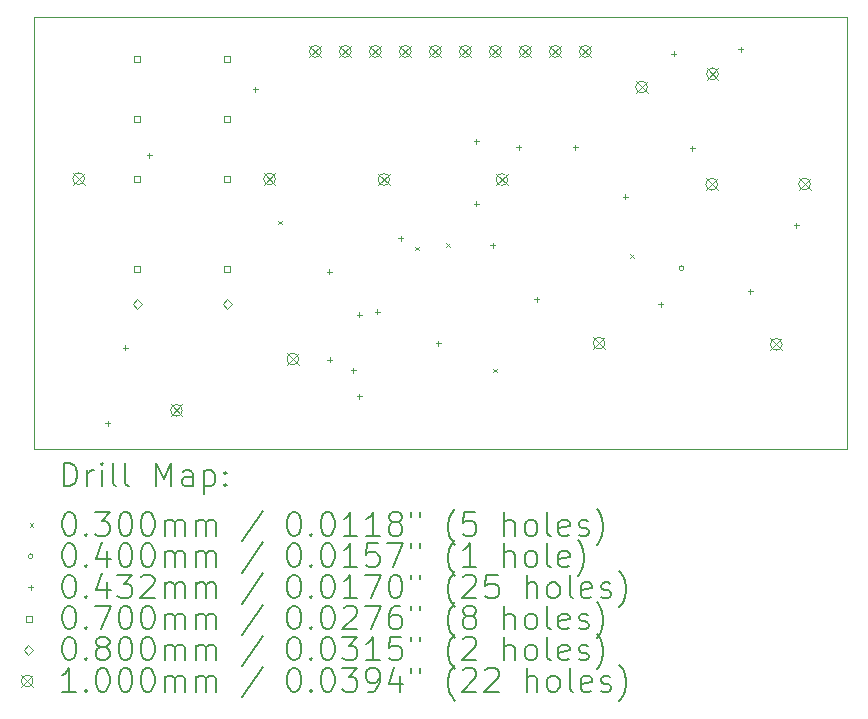
<source format=gbr>
%TF.GenerationSoftware,KiCad,Pcbnew,(6.0.7)*%
%TF.CreationDate,2023-02-28T16:34:33-05:00*%
%TF.ProjectId,Front_EndDesign3,46726f6e-745f-4456-9e64-44657369676e,rev?*%
%TF.SameCoordinates,Original*%
%TF.FileFunction,Drillmap*%
%TF.FilePolarity,Positive*%
%FSLAX45Y45*%
G04 Gerber Fmt 4.5, Leading zero omitted, Abs format (unit mm)*
G04 Created by KiCad (PCBNEW (6.0.7)) date 2023-02-28 16:34:33*
%MOMM*%
%LPD*%
G01*
G04 APERTURE LIST*
%ADD10C,0.100000*%
%ADD11C,0.200000*%
%ADD12C,0.030000*%
%ADD13C,0.040000*%
%ADD14C,0.043200*%
%ADD15C,0.070000*%
%ADD16C,0.080000*%
G04 APERTURE END LIST*
D10*
X5562600Y-6130000D02*
X12446000Y-6130000D01*
X12446000Y-6130000D02*
X12446000Y-9785200D01*
X12446000Y-9785200D02*
X5562600Y-9785200D01*
X5562600Y-9785200D02*
X5562600Y-6130000D01*
D11*
D12*
X7635000Y-7855000D02*
X7665000Y-7885000D01*
X7665000Y-7855000D02*
X7635000Y-7885000D01*
X8795000Y-8075000D02*
X8825000Y-8105000D01*
X8825000Y-8075000D02*
X8795000Y-8105000D01*
X9055000Y-8045000D02*
X9085000Y-8075000D01*
X9085000Y-8045000D02*
X9055000Y-8075000D01*
X9455000Y-9107900D02*
X9485000Y-9137900D01*
X9485000Y-9107900D02*
X9455000Y-9137900D01*
X10615000Y-8135000D02*
X10645000Y-8165000D01*
X10645000Y-8135000D02*
X10615000Y-8165000D01*
D13*
X11069000Y-8255000D02*
G75*
G03*
X11069000Y-8255000I-20000J0D01*
G01*
D14*
X6190000Y-9548400D02*
X6190000Y-9591600D01*
X6168400Y-9570000D02*
X6211600Y-9570000D01*
X6340000Y-8908400D02*
X6340000Y-8951600D01*
X6318400Y-8930000D02*
X6361600Y-8930000D01*
X6540000Y-7278400D02*
X6540000Y-7321600D01*
X6518400Y-7300000D02*
X6561600Y-7300000D01*
X7440000Y-6718400D02*
X7440000Y-6761600D01*
X7418400Y-6740000D02*
X7461600Y-6740000D01*
X8064270Y-8264130D02*
X8064270Y-8307330D01*
X8042670Y-8285730D02*
X8085870Y-8285730D01*
X8070000Y-9008400D02*
X8070000Y-9051600D01*
X8048400Y-9030000D02*
X8091600Y-9030000D01*
X8270000Y-9098400D02*
X8270000Y-9141600D01*
X8248400Y-9120000D02*
X8291600Y-9120000D01*
X8320000Y-8628400D02*
X8320000Y-8671600D01*
X8298400Y-8650000D02*
X8341600Y-8650000D01*
X8320000Y-9318400D02*
X8320000Y-9361600D01*
X8298400Y-9340000D02*
X8341600Y-9340000D01*
X8470000Y-8601300D02*
X8470000Y-8644500D01*
X8448400Y-8622900D02*
X8491600Y-8622900D01*
X8670000Y-7978400D02*
X8670000Y-8021600D01*
X8648400Y-8000000D02*
X8691600Y-8000000D01*
X8990000Y-8868400D02*
X8990000Y-8911600D01*
X8968400Y-8890000D02*
X9011600Y-8890000D01*
X9310000Y-7158400D02*
X9310000Y-7201600D01*
X9288400Y-7180000D02*
X9331600Y-7180000D01*
X9310000Y-7688400D02*
X9310000Y-7731600D01*
X9288400Y-7710000D02*
X9331600Y-7710000D01*
X9450000Y-8038400D02*
X9450000Y-8081600D01*
X9428400Y-8060000D02*
X9471600Y-8060000D01*
X9670000Y-7208400D02*
X9670000Y-7251600D01*
X9648400Y-7230000D02*
X9691600Y-7230000D01*
X9820000Y-8498400D02*
X9820000Y-8541600D01*
X9798400Y-8520000D02*
X9841600Y-8520000D01*
X10150000Y-7208400D02*
X10150000Y-7251600D01*
X10128400Y-7230000D02*
X10171600Y-7230000D01*
X10570000Y-7628400D02*
X10570000Y-7671600D01*
X10548400Y-7650000D02*
X10591600Y-7650000D01*
X10870000Y-8538400D02*
X10870000Y-8581600D01*
X10848400Y-8560000D02*
X10891600Y-8560000D01*
X10980000Y-6418400D02*
X10980000Y-6461600D01*
X10958400Y-6440000D02*
X11001600Y-6440000D01*
X11140000Y-7218400D02*
X11140000Y-7261600D01*
X11118400Y-7240000D02*
X11161600Y-7240000D01*
X11550000Y-6378400D02*
X11550000Y-6421600D01*
X11528400Y-6400000D02*
X11571600Y-6400000D01*
X11630000Y-8428400D02*
X11630000Y-8471600D01*
X11608400Y-8450000D02*
X11651600Y-8450000D01*
X12020000Y-7868400D02*
X12020000Y-7911600D01*
X11998400Y-7890000D02*
X12041600Y-7890000D01*
D15*
X6463999Y-6507499D02*
X6463999Y-6458001D01*
X6414501Y-6458001D01*
X6414501Y-6507499D01*
X6463999Y-6507499D01*
X6463999Y-7015499D02*
X6463999Y-6966001D01*
X6414501Y-6966001D01*
X6414501Y-7015499D01*
X6463999Y-7015499D01*
X6463999Y-7523499D02*
X6463999Y-7474001D01*
X6414501Y-7474001D01*
X6414501Y-7523499D01*
X6463999Y-7523499D01*
X6463999Y-8285499D02*
X6463999Y-8236001D01*
X6414501Y-8236001D01*
X6414501Y-8285499D01*
X6463999Y-8285499D01*
X7225999Y-6507499D02*
X7225999Y-6458001D01*
X7176501Y-6458001D01*
X7176501Y-6507499D01*
X7225999Y-6507499D01*
X7225999Y-7015499D02*
X7225999Y-6966001D01*
X7176501Y-6966001D01*
X7176501Y-7015499D01*
X7225999Y-7015499D01*
X7225999Y-7523499D02*
X7225999Y-7474001D01*
X7176501Y-7474001D01*
X7176501Y-7523499D01*
X7225999Y-7523499D01*
X7225999Y-8285499D02*
X7225999Y-8236001D01*
X7176501Y-8236001D01*
X7176501Y-8285499D01*
X7225999Y-8285499D01*
D16*
X6440000Y-8600000D02*
X6480000Y-8560000D01*
X6440000Y-8520000D01*
X6400000Y-8560000D01*
X6440000Y-8600000D01*
X7202000Y-8600000D02*
X7242000Y-8560000D01*
X7202000Y-8520000D01*
X7162000Y-8560000D01*
X7202000Y-8600000D01*
D10*
X5893600Y-7447000D02*
X5993600Y-7547000D01*
X5993600Y-7447000D02*
X5893600Y-7547000D01*
X5993600Y-7497000D02*
G75*
G03*
X5993600Y-7497000I-50000J0D01*
G01*
X6721500Y-9408600D02*
X6821500Y-9508600D01*
X6821500Y-9408600D02*
X6721500Y-9508600D01*
X6821500Y-9458600D02*
G75*
G03*
X6821500Y-9458600I-50000J0D01*
G01*
X7510000Y-7450000D02*
X7610000Y-7550000D01*
X7610000Y-7450000D02*
X7510000Y-7550000D01*
X7610000Y-7500000D02*
G75*
G03*
X7610000Y-7500000I-50000J0D01*
G01*
X7706700Y-8973600D02*
X7806700Y-9073600D01*
X7806700Y-8973600D02*
X7706700Y-9073600D01*
X7806700Y-9023600D02*
G75*
G03*
X7806700Y-9023600I-50000J0D01*
G01*
X7897500Y-6370000D02*
X7997500Y-6470000D01*
X7997500Y-6370000D02*
X7897500Y-6470000D01*
X7997500Y-6420000D02*
G75*
G03*
X7997500Y-6420000I-50000J0D01*
G01*
X8151500Y-6370000D02*
X8251500Y-6470000D01*
X8251500Y-6370000D02*
X8151500Y-6470000D01*
X8251500Y-6420000D02*
G75*
G03*
X8251500Y-6420000I-50000J0D01*
G01*
X8405500Y-6370000D02*
X8505500Y-6470000D01*
X8505500Y-6370000D02*
X8405500Y-6470000D01*
X8505500Y-6420000D02*
G75*
G03*
X8505500Y-6420000I-50000J0D01*
G01*
X8478000Y-7454000D02*
X8578000Y-7554000D01*
X8578000Y-7454000D02*
X8478000Y-7554000D01*
X8578000Y-7504000D02*
G75*
G03*
X8578000Y-7504000I-50000J0D01*
G01*
X8659500Y-6370000D02*
X8759500Y-6470000D01*
X8759500Y-6370000D02*
X8659500Y-6470000D01*
X8759500Y-6420000D02*
G75*
G03*
X8759500Y-6420000I-50000J0D01*
G01*
X8913500Y-6370000D02*
X9013500Y-6470000D01*
X9013500Y-6370000D02*
X8913500Y-6470000D01*
X9013500Y-6420000D02*
G75*
G03*
X9013500Y-6420000I-50000J0D01*
G01*
X9167500Y-6370000D02*
X9267500Y-6470000D01*
X9267500Y-6370000D02*
X9167500Y-6470000D01*
X9267500Y-6420000D02*
G75*
G03*
X9267500Y-6420000I-50000J0D01*
G01*
X9421500Y-6370000D02*
X9521500Y-6470000D01*
X9521500Y-6370000D02*
X9421500Y-6470000D01*
X9521500Y-6420000D02*
G75*
G03*
X9521500Y-6420000I-50000J0D01*
G01*
X9477000Y-7455000D02*
X9577000Y-7555000D01*
X9577000Y-7455000D02*
X9477000Y-7555000D01*
X9577000Y-7505000D02*
G75*
G03*
X9577000Y-7505000I-50000J0D01*
G01*
X9675500Y-6370000D02*
X9775500Y-6470000D01*
X9775500Y-6370000D02*
X9675500Y-6470000D01*
X9775500Y-6420000D02*
G75*
G03*
X9775500Y-6420000I-50000J0D01*
G01*
X9929500Y-6370000D02*
X10029500Y-6470000D01*
X10029500Y-6370000D02*
X9929500Y-6470000D01*
X10029500Y-6420000D02*
G75*
G03*
X10029500Y-6420000I-50000J0D01*
G01*
X10183500Y-6370000D02*
X10283500Y-6470000D01*
X10283500Y-6370000D02*
X10183500Y-6470000D01*
X10283500Y-6420000D02*
G75*
G03*
X10283500Y-6420000I-50000J0D01*
G01*
X10300000Y-8840000D02*
X10400000Y-8940000D01*
X10400000Y-8840000D02*
X10300000Y-8940000D01*
X10400000Y-8890000D02*
G75*
G03*
X10400000Y-8890000I-50000J0D01*
G01*
X10660000Y-6670000D02*
X10760000Y-6770000D01*
X10760000Y-6670000D02*
X10660000Y-6770000D01*
X10760000Y-6720000D02*
G75*
G03*
X10760000Y-6720000I-50000J0D01*
G01*
X11253000Y-7493800D02*
X11353000Y-7593800D01*
X11353000Y-7493800D02*
X11253000Y-7593800D01*
X11353000Y-7543800D02*
G75*
G03*
X11353000Y-7543800I-50000J0D01*
G01*
X11260000Y-6560000D02*
X11360000Y-6660000D01*
X11360000Y-6560000D02*
X11260000Y-6660000D01*
X11360000Y-6610000D02*
G75*
G03*
X11360000Y-6610000I-50000J0D01*
G01*
X11800000Y-8850000D02*
X11900000Y-8950000D01*
X11900000Y-8850000D02*
X11800000Y-8950000D01*
X11900000Y-8900000D02*
G75*
G03*
X11900000Y-8900000I-50000J0D01*
G01*
X12040400Y-7492000D02*
X12140400Y-7592000D01*
X12140400Y-7492000D02*
X12040400Y-7592000D01*
X12140400Y-7542000D02*
G75*
G03*
X12140400Y-7542000I-50000J0D01*
G01*
D11*
X5815219Y-10100676D02*
X5815219Y-9900676D01*
X5862838Y-9900676D01*
X5891409Y-9910200D01*
X5910457Y-9929248D01*
X5919981Y-9948295D01*
X5929505Y-9986390D01*
X5929505Y-10014962D01*
X5919981Y-10053057D01*
X5910457Y-10072105D01*
X5891409Y-10091152D01*
X5862838Y-10100676D01*
X5815219Y-10100676D01*
X6015219Y-10100676D02*
X6015219Y-9967343D01*
X6015219Y-10005438D02*
X6024743Y-9986390D01*
X6034267Y-9976867D01*
X6053314Y-9967343D01*
X6072362Y-9967343D01*
X6139028Y-10100676D02*
X6139028Y-9967343D01*
X6139028Y-9900676D02*
X6129505Y-9910200D01*
X6139028Y-9919724D01*
X6148552Y-9910200D01*
X6139028Y-9900676D01*
X6139028Y-9919724D01*
X6262838Y-10100676D02*
X6243790Y-10091152D01*
X6234267Y-10072105D01*
X6234267Y-9900676D01*
X6367600Y-10100676D02*
X6348552Y-10091152D01*
X6339028Y-10072105D01*
X6339028Y-9900676D01*
X6596171Y-10100676D02*
X6596171Y-9900676D01*
X6662838Y-10043533D01*
X6729505Y-9900676D01*
X6729505Y-10100676D01*
X6910457Y-10100676D02*
X6910457Y-9995914D01*
X6900933Y-9976867D01*
X6881886Y-9967343D01*
X6843790Y-9967343D01*
X6824743Y-9976867D01*
X6910457Y-10091152D02*
X6891409Y-10100676D01*
X6843790Y-10100676D01*
X6824743Y-10091152D01*
X6815219Y-10072105D01*
X6815219Y-10053057D01*
X6824743Y-10034010D01*
X6843790Y-10024486D01*
X6891409Y-10024486D01*
X6910457Y-10014962D01*
X7005695Y-9967343D02*
X7005695Y-10167343D01*
X7005695Y-9976867D02*
X7024743Y-9967343D01*
X7062838Y-9967343D01*
X7081886Y-9976867D01*
X7091409Y-9986390D01*
X7100933Y-10005438D01*
X7100933Y-10062581D01*
X7091409Y-10081629D01*
X7081886Y-10091152D01*
X7062838Y-10100676D01*
X7024743Y-10100676D01*
X7005695Y-10091152D01*
X7186648Y-10081629D02*
X7196171Y-10091152D01*
X7186648Y-10100676D01*
X7177124Y-10091152D01*
X7186648Y-10081629D01*
X7186648Y-10100676D01*
X7186648Y-9976867D02*
X7196171Y-9986390D01*
X7186648Y-9995914D01*
X7177124Y-9986390D01*
X7186648Y-9976867D01*
X7186648Y-9995914D01*
D12*
X5527600Y-10415200D02*
X5557600Y-10445200D01*
X5557600Y-10415200D02*
X5527600Y-10445200D01*
D11*
X5853314Y-10320676D02*
X5872362Y-10320676D01*
X5891409Y-10330200D01*
X5900933Y-10339724D01*
X5910457Y-10358771D01*
X5919981Y-10396867D01*
X5919981Y-10444486D01*
X5910457Y-10482581D01*
X5900933Y-10501629D01*
X5891409Y-10511152D01*
X5872362Y-10520676D01*
X5853314Y-10520676D01*
X5834267Y-10511152D01*
X5824743Y-10501629D01*
X5815219Y-10482581D01*
X5805695Y-10444486D01*
X5805695Y-10396867D01*
X5815219Y-10358771D01*
X5824743Y-10339724D01*
X5834267Y-10330200D01*
X5853314Y-10320676D01*
X6005695Y-10501629D02*
X6015219Y-10511152D01*
X6005695Y-10520676D01*
X5996171Y-10511152D01*
X6005695Y-10501629D01*
X6005695Y-10520676D01*
X6081886Y-10320676D02*
X6205695Y-10320676D01*
X6139028Y-10396867D01*
X6167600Y-10396867D01*
X6186648Y-10406390D01*
X6196171Y-10415914D01*
X6205695Y-10434962D01*
X6205695Y-10482581D01*
X6196171Y-10501629D01*
X6186648Y-10511152D01*
X6167600Y-10520676D01*
X6110457Y-10520676D01*
X6091409Y-10511152D01*
X6081886Y-10501629D01*
X6329505Y-10320676D02*
X6348552Y-10320676D01*
X6367600Y-10330200D01*
X6377124Y-10339724D01*
X6386648Y-10358771D01*
X6396171Y-10396867D01*
X6396171Y-10444486D01*
X6386648Y-10482581D01*
X6377124Y-10501629D01*
X6367600Y-10511152D01*
X6348552Y-10520676D01*
X6329505Y-10520676D01*
X6310457Y-10511152D01*
X6300933Y-10501629D01*
X6291409Y-10482581D01*
X6281886Y-10444486D01*
X6281886Y-10396867D01*
X6291409Y-10358771D01*
X6300933Y-10339724D01*
X6310457Y-10330200D01*
X6329505Y-10320676D01*
X6519981Y-10320676D02*
X6539028Y-10320676D01*
X6558076Y-10330200D01*
X6567600Y-10339724D01*
X6577124Y-10358771D01*
X6586648Y-10396867D01*
X6586648Y-10444486D01*
X6577124Y-10482581D01*
X6567600Y-10501629D01*
X6558076Y-10511152D01*
X6539028Y-10520676D01*
X6519981Y-10520676D01*
X6500933Y-10511152D01*
X6491409Y-10501629D01*
X6481886Y-10482581D01*
X6472362Y-10444486D01*
X6472362Y-10396867D01*
X6481886Y-10358771D01*
X6491409Y-10339724D01*
X6500933Y-10330200D01*
X6519981Y-10320676D01*
X6672362Y-10520676D02*
X6672362Y-10387343D01*
X6672362Y-10406390D02*
X6681886Y-10396867D01*
X6700933Y-10387343D01*
X6729505Y-10387343D01*
X6748552Y-10396867D01*
X6758076Y-10415914D01*
X6758076Y-10520676D01*
X6758076Y-10415914D02*
X6767600Y-10396867D01*
X6786648Y-10387343D01*
X6815219Y-10387343D01*
X6834267Y-10396867D01*
X6843790Y-10415914D01*
X6843790Y-10520676D01*
X6939028Y-10520676D02*
X6939028Y-10387343D01*
X6939028Y-10406390D02*
X6948552Y-10396867D01*
X6967600Y-10387343D01*
X6996171Y-10387343D01*
X7015219Y-10396867D01*
X7024743Y-10415914D01*
X7024743Y-10520676D01*
X7024743Y-10415914D02*
X7034267Y-10396867D01*
X7053314Y-10387343D01*
X7081886Y-10387343D01*
X7100933Y-10396867D01*
X7110457Y-10415914D01*
X7110457Y-10520676D01*
X7500933Y-10311152D02*
X7329505Y-10568295D01*
X7758076Y-10320676D02*
X7777124Y-10320676D01*
X7796171Y-10330200D01*
X7805695Y-10339724D01*
X7815219Y-10358771D01*
X7824743Y-10396867D01*
X7824743Y-10444486D01*
X7815219Y-10482581D01*
X7805695Y-10501629D01*
X7796171Y-10511152D01*
X7777124Y-10520676D01*
X7758076Y-10520676D01*
X7739028Y-10511152D01*
X7729505Y-10501629D01*
X7719981Y-10482581D01*
X7710457Y-10444486D01*
X7710457Y-10396867D01*
X7719981Y-10358771D01*
X7729505Y-10339724D01*
X7739028Y-10330200D01*
X7758076Y-10320676D01*
X7910457Y-10501629D02*
X7919981Y-10511152D01*
X7910457Y-10520676D01*
X7900933Y-10511152D01*
X7910457Y-10501629D01*
X7910457Y-10520676D01*
X8043790Y-10320676D02*
X8062838Y-10320676D01*
X8081886Y-10330200D01*
X8091409Y-10339724D01*
X8100933Y-10358771D01*
X8110457Y-10396867D01*
X8110457Y-10444486D01*
X8100933Y-10482581D01*
X8091409Y-10501629D01*
X8081886Y-10511152D01*
X8062838Y-10520676D01*
X8043790Y-10520676D01*
X8024743Y-10511152D01*
X8015219Y-10501629D01*
X8005695Y-10482581D01*
X7996171Y-10444486D01*
X7996171Y-10396867D01*
X8005695Y-10358771D01*
X8015219Y-10339724D01*
X8024743Y-10330200D01*
X8043790Y-10320676D01*
X8300933Y-10520676D02*
X8186648Y-10520676D01*
X8243790Y-10520676D02*
X8243790Y-10320676D01*
X8224743Y-10349248D01*
X8205695Y-10368295D01*
X8186648Y-10377819D01*
X8491410Y-10520676D02*
X8377124Y-10520676D01*
X8434267Y-10520676D02*
X8434267Y-10320676D01*
X8415219Y-10349248D01*
X8396171Y-10368295D01*
X8377124Y-10377819D01*
X8605695Y-10406390D02*
X8586648Y-10396867D01*
X8577124Y-10387343D01*
X8567600Y-10368295D01*
X8567600Y-10358771D01*
X8577124Y-10339724D01*
X8586648Y-10330200D01*
X8605695Y-10320676D01*
X8643790Y-10320676D01*
X8662838Y-10330200D01*
X8672362Y-10339724D01*
X8681886Y-10358771D01*
X8681886Y-10368295D01*
X8672362Y-10387343D01*
X8662838Y-10396867D01*
X8643790Y-10406390D01*
X8605695Y-10406390D01*
X8586648Y-10415914D01*
X8577124Y-10425438D01*
X8567600Y-10444486D01*
X8567600Y-10482581D01*
X8577124Y-10501629D01*
X8586648Y-10511152D01*
X8605695Y-10520676D01*
X8643790Y-10520676D01*
X8662838Y-10511152D01*
X8672362Y-10501629D01*
X8681886Y-10482581D01*
X8681886Y-10444486D01*
X8672362Y-10425438D01*
X8662838Y-10415914D01*
X8643790Y-10406390D01*
X8758076Y-10320676D02*
X8758076Y-10358771D01*
X8834267Y-10320676D02*
X8834267Y-10358771D01*
X9129505Y-10596867D02*
X9119981Y-10587343D01*
X9100933Y-10558771D01*
X9091410Y-10539724D01*
X9081886Y-10511152D01*
X9072362Y-10463533D01*
X9072362Y-10425438D01*
X9081886Y-10377819D01*
X9091410Y-10349248D01*
X9100933Y-10330200D01*
X9119981Y-10301629D01*
X9129505Y-10292105D01*
X9300933Y-10320676D02*
X9205695Y-10320676D01*
X9196171Y-10415914D01*
X9205695Y-10406390D01*
X9224743Y-10396867D01*
X9272362Y-10396867D01*
X9291410Y-10406390D01*
X9300933Y-10415914D01*
X9310457Y-10434962D01*
X9310457Y-10482581D01*
X9300933Y-10501629D01*
X9291410Y-10511152D01*
X9272362Y-10520676D01*
X9224743Y-10520676D01*
X9205695Y-10511152D01*
X9196171Y-10501629D01*
X9548552Y-10520676D02*
X9548552Y-10320676D01*
X9634267Y-10520676D02*
X9634267Y-10415914D01*
X9624743Y-10396867D01*
X9605695Y-10387343D01*
X9577124Y-10387343D01*
X9558076Y-10396867D01*
X9548552Y-10406390D01*
X9758076Y-10520676D02*
X9739029Y-10511152D01*
X9729505Y-10501629D01*
X9719981Y-10482581D01*
X9719981Y-10425438D01*
X9729505Y-10406390D01*
X9739029Y-10396867D01*
X9758076Y-10387343D01*
X9786648Y-10387343D01*
X9805695Y-10396867D01*
X9815219Y-10406390D01*
X9824743Y-10425438D01*
X9824743Y-10482581D01*
X9815219Y-10501629D01*
X9805695Y-10511152D01*
X9786648Y-10520676D01*
X9758076Y-10520676D01*
X9939029Y-10520676D02*
X9919981Y-10511152D01*
X9910457Y-10492105D01*
X9910457Y-10320676D01*
X10091410Y-10511152D02*
X10072362Y-10520676D01*
X10034267Y-10520676D01*
X10015219Y-10511152D01*
X10005695Y-10492105D01*
X10005695Y-10415914D01*
X10015219Y-10396867D01*
X10034267Y-10387343D01*
X10072362Y-10387343D01*
X10091410Y-10396867D01*
X10100933Y-10415914D01*
X10100933Y-10434962D01*
X10005695Y-10454010D01*
X10177124Y-10511152D02*
X10196171Y-10520676D01*
X10234267Y-10520676D01*
X10253314Y-10511152D01*
X10262838Y-10492105D01*
X10262838Y-10482581D01*
X10253314Y-10463533D01*
X10234267Y-10454010D01*
X10205695Y-10454010D01*
X10186648Y-10444486D01*
X10177124Y-10425438D01*
X10177124Y-10415914D01*
X10186648Y-10396867D01*
X10205695Y-10387343D01*
X10234267Y-10387343D01*
X10253314Y-10396867D01*
X10329505Y-10596867D02*
X10339029Y-10587343D01*
X10358076Y-10558771D01*
X10367600Y-10539724D01*
X10377124Y-10511152D01*
X10386648Y-10463533D01*
X10386648Y-10425438D01*
X10377124Y-10377819D01*
X10367600Y-10349248D01*
X10358076Y-10330200D01*
X10339029Y-10301629D01*
X10329505Y-10292105D01*
D13*
X5557600Y-10694200D02*
G75*
G03*
X5557600Y-10694200I-20000J0D01*
G01*
D11*
X5853314Y-10584676D02*
X5872362Y-10584676D01*
X5891409Y-10594200D01*
X5900933Y-10603724D01*
X5910457Y-10622771D01*
X5919981Y-10660867D01*
X5919981Y-10708486D01*
X5910457Y-10746581D01*
X5900933Y-10765629D01*
X5891409Y-10775152D01*
X5872362Y-10784676D01*
X5853314Y-10784676D01*
X5834267Y-10775152D01*
X5824743Y-10765629D01*
X5815219Y-10746581D01*
X5805695Y-10708486D01*
X5805695Y-10660867D01*
X5815219Y-10622771D01*
X5824743Y-10603724D01*
X5834267Y-10594200D01*
X5853314Y-10584676D01*
X6005695Y-10765629D02*
X6015219Y-10775152D01*
X6005695Y-10784676D01*
X5996171Y-10775152D01*
X6005695Y-10765629D01*
X6005695Y-10784676D01*
X6186648Y-10651343D02*
X6186648Y-10784676D01*
X6139028Y-10575152D02*
X6091409Y-10718010D01*
X6215219Y-10718010D01*
X6329505Y-10584676D02*
X6348552Y-10584676D01*
X6367600Y-10594200D01*
X6377124Y-10603724D01*
X6386648Y-10622771D01*
X6396171Y-10660867D01*
X6396171Y-10708486D01*
X6386648Y-10746581D01*
X6377124Y-10765629D01*
X6367600Y-10775152D01*
X6348552Y-10784676D01*
X6329505Y-10784676D01*
X6310457Y-10775152D01*
X6300933Y-10765629D01*
X6291409Y-10746581D01*
X6281886Y-10708486D01*
X6281886Y-10660867D01*
X6291409Y-10622771D01*
X6300933Y-10603724D01*
X6310457Y-10594200D01*
X6329505Y-10584676D01*
X6519981Y-10584676D02*
X6539028Y-10584676D01*
X6558076Y-10594200D01*
X6567600Y-10603724D01*
X6577124Y-10622771D01*
X6586648Y-10660867D01*
X6586648Y-10708486D01*
X6577124Y-10746581D01*
X6567600Y-10765629D01*
X6558076Y-10775152D01*
X6539028Y-10784676D01*
X6519981Y-10784676D01*
X6500933Y-10775152D01*
X6491409Y-10765629D01*
X6481886Y-10746581D01*
X6472362Y-10708486D01*
X6472362Y-10660867D01*
X6481886Y-10622771D01*
X6491409Y-10603724D01*
X6500933Y-10594200D01*
X6519981Y-10584676D01*
X6672362Y-10784676D02*
X6672362Y-10651343D01*
X6672362Y-10670390D02*
X6681886Y-10660867D01*
X6700933Y-10651343D01*
X6729505Y-10651343D01*
X6748552Y-10660867D01*
X6758076Y-10679914D01*
X6758076Y-10784676D01*
X6758076Y-10679914D02*
X6767600Y-10660867D01*
X6786648Y-10651343D01*
X6815219Y-10651343D01*
X6834267Y-10660867D01*
X6843790Y-10679914D01*
X6843790Y-10784676D01*
X6939028Y-10784676D02*
X6939028Y-10651343D01*
X6939028Y-10670390D02*
X6948552Y-10660867D01*
X6967600Y-10651343D01*
X6996171Y-10651343D01*
X7015219Y-10660867D01*
X7024743Y-10679914D01*
X7024743Y-10784676D01*
X7024743Y-10679914D02*
X7034267Y-10660867D01*
X7053314Y-10651343D01*
X7081886Y-10651343D01*
X7100933Y-10660867D01*
X7110457Y-10679914D01*
X7110457Y-10784676D01*
X7500933Y-10575152D02*
X7329505Y-10832295D01*
X7758076Y-10584676D02*
X7777124Y-10584676D01*
X7796171Y-10594200D01*
X7805695Y-10603724D01*
X7815219Y-10622771D01*
X7824743Y-10660867D01*
X7824743Y-10708486D01*
X7815219Y-10746581D01*
X7805695Y-10765629D01*
X7796171Y-10775152D01*
X7777124Y-10784676D01*
X7758076Y-10784676D01*
X7739028Y-10775152D01*
X7729505Y-10765629D01*
X7719981Y-10746581D01*
X7710457Y-10708486D01*
X7710457Y-10660867D01*
X7719981Y-10622771D01*
X7729505Y-10603724D01*
X7739028Y-10594200D01*
X7758076Y-10584676D01*
X7910457Y-10765629D02*
X7919981Y-10775152D01*
X7910457Y-10784676D01*
X7900933Y-10775152D01*
X7910457Y-10765629D01*
X7910457Y-10784676D01*
X8043790Y-10584676D02*
X8062838Y-10584676D01*
X8081886Y-10594200D01*
X8091409Y-10603724D01*
X8100933Y-10622771D01*
X8110457Y-10660867D01*
X8110457Y-10708486D01*
X8100933Y-10746581D01*
X8091409Y-10765629D01*
X8081886Y-10775152D01*
X8062838Y-10784676D01*
X8043790Y-10784676D01*
X8024743Y-10775152D01*
X8015219Y-10765629D01*
X8005695Y-10746581D01*
X7996171Y-10708486D01*
X7996171Y-10660867D01*
X8005695Y-10622771D01*
X8015219Y-10603724D01*
X8024743Y-10594200D01*
X8043790Y-10584676D01*
X8300933Y-10784676D02*
X8186648Y-10784676D01*
X8243790Y-10784676D02*
X8243790Y-10584676D01*
X8224743Y-10613248D01*
X8205695Y-10632295D01*
X8186648Y-10641819D01*
X8481886Y-10584676D02*
X8386648Y-10584676D01*
X8377124Y-10679914D01*
X8386648Y-10670390D01*
X8405695Y-10660867D01*
X8453314Y-10660867D01*
X8472362Y-10670390D01*
X8481886Y-10679914D01*
X8491410Y-10698962D01*
X8491410Y-10746581D01*
X8481886Y-10765629D01*
X8472362Y-10775152D01*
X8453314Y-10784676D01*
X8405695Y-10784676D01*
X8386648Y-10775152D01*
X8377124Y-10765629D01*
X8558076Y-10584676D02*
X8691410Y-10584676D01*
X8605695Y-10784676D01*
X8758076Y-10584676D02*
X8758076Y-10622771D01*
X8834267Y-10584676D02*
X8834267Y-10622771D01*
X9129505Y-10860867D02*
X9119981Y-10851343D01*
X9100933Y-10822771D01*
X9091410Y-10803724D01*
X9081886Y-10775152D01*
X9072362Y-10727533D01*
X9072362Y-10689438D01*
X9081886Y-10641819D01*
X9091410Y-10613248D01*
X9100933Y-10594200D01*
X9119981Y-10565629D01*
X9129505Y-10556105D01*
X9310457Y-10784676D02*
X9196171Y-10784676D01*
X9253314Y-10784676D02*
X9253314Y-10584676D01*
X9234267Y-10613248D01*
X9215219Y-10632295D01*
X9196171Y-10641819D01*
X9548552Y-10784676D02*
X9548552Y-10584676D01*
X9634267Y-10784676D02*
X9634267Y-10679914D01*
X9624743Y-10660867D01*
X9605695Y-10651343D01*
X9577124Y-10651343D01*
X9558076Y-10660867D01*
X9548552Y-10670390D01*
X9758076Y-10784676D02*
X9739029Y-10775152D01*
X9729505Y-10765629D01*
X9719981Y-10746581D01*
X9719981Y-10689438D01*
X9729505Y-10670390D01*
X9739029Y-10660867D01*
X9758076Y-10651343D01*
X9786648Y-10651343D01*
X9805695Y-10660867D01*
X9815219Y-10670390D01*
X9824743Y-10689438D01*
X9824743Y-10746581D01*
X9815219Y-10765629D01*
X9805695Y-10775152D01*
X9786648Y-10784676D01*
X9758076Y-10784676D01*
X9939029Y-10784676D02*
X9919981Y-10775152D01*
X9910457Y-10756105D01*
X9910457Y-10584676D01*
X10091410Y-10775152D02*
X10072362Y-10784676D01*
X10034267Y-10784676D01*
X10015219Y-10775152D01*
X10005695Y-10756105D01*
X10005695Y-10679914D01*
X10015219Y-10660867D01*
X10034267Y-10651343D01*
X10072362Y-10651343D01*
X10091410Y-10660867D01*
X10100933Y-10679914D01*
X10100933Y-10698962D01*
X10005695Y-10718010D01*
X10167600Y-10860867D02*
X10177124Y-10851343D01*
X10196171Y-10822771D01*
X10205695Y-10803724D01*
X10215219Y-10775152D01*
X10224743Y-10727533D01*
X10224743Y-10689438D01*
X10215219Y-10641819D01*
X10205695Y-10613248D01*
X10196171Y-10594200D01*
X10177124Y-10565629D01*
X10167600Y-10556105D01*
D14*
X5536000Y-10936600D02*
X5536000Y-10979800D01*
X5514400Y-10958200D02*
X5557600Y-10958200D01*
D11*
X5853314Y-10848676D02*
X5872362Y-10848676D01*
X5891409Y-10858200D01*
X5900933Y-10867724D01*
X5910457Y-10886771D01*
X5919981Y-10924867D01*
X5919981Y-10972486D01*
X5910457Y-11010581D01*
X5900933Y-11029629D01*
X5891409Y-11039152D01*
X5872362Y-11048676D01*
X5853314Y-11048676D01*
X5834267Y-11039152D01*
X5824743Y-11029629D01*
X5815219Y-11010581D01*
X5805695Y-10972486D01*
X5805695Y-10924867D01*
X5815219Y-10886771D01*
X5824743Y-10867724D01*
X5834267Y-10858200D01*
X5853314Y-10848676D01*
X6005695Y-11029629D02*
X6015219Y-11039152D01*
X6005695Y-11048676D01*
X5996171Y-11039152D01*
X6005695Y-11029629D01*
X6005695Y-11048676D01*
X6186648Y-10915343D02*
X6186648Y-11048676D01*
X6139028Y-10839152D02*
X6091409Y-10982010D01*
X6215219Y-10982010D01*
X6272362Y-10848676D02*
X6396171Y-10848676D01*
X6329505Y-10924867D01*
X6358076Y-10924867D01*
X6377124Y-10934390D01*
X6386648Y-10943914D01*
X6396171Y-10962962D01*
X6396171Y-11010581D01*
X6386648Y-11029629D01*
X6377124Y-11039152D01*
X6358076Y-11048676D01*
X6300933Y-11048676D01*
X6281886Y-11039152D01*
X6272362Y-11029629D01*
X6472362Y-10867724D02*
X6481886Y-10858200D01*
X6500933Y-10848676D01*
X6548552Y-10848676D01*
X6567600Y-10858200D01*
X6577124Y-10867724D01*
X6586648Y-10886771D01*
X6586648Y-10905819D01*
X6577124Y-10934390D01*
X6462838Y-11048676D01*
X6586648Y-11048676D01*
X6672362Y-11048676D02*
X6672362Y-10915343D01*
X6672362Y-10934390D02*
X6681886Y-10924867D01*
X6700933Y-10915343D01*
X6729505Y-10915343D01*
X6748552Y-10924867D01*
X6758076Y-10943914D01*
X6758076Y-11048676D01*
X6758076Y-10943914D02*
X6767600Y-10924867D01*
X6786648Y-10915343D01*
X6815219Y-10915343D01*
X6834267Y-10924867D01*
X6843790Y-10943914D01*
X6843790Y-11048676D01*
X6939028Y-11048676D02*
X6939028Y-10915343D01*
X6939028Y-10934390D02*
X6948552Y-10924867D01*
X6967600Y-10915343D01*
X6996171Y-10915343D01*
X7015219Y-10924867D01*
X7024743Y-10943914D01*
X7024743Y-11048676D01*
X7024743Y-10943914D02*
X7034267Y-10924867D01*
X7053314Y-10915343D01*
X7081886Y-10915343D01*
X7100933Y-10924867D01*
X7110457Y-10943914D01*
X7110457Y-11048676D01*
X7500933Y-10839152D02*
X7329505Y-11096295D01*
X7758076Y-10848676D02*
X7777124Y-10848676D01*
X7796171Y-10858200D01*
X7805695Y-10867724D01*
X7815219Y-10886771D01*
X7824743Y-10924867D01*
X7824743Y-10972486D01*
X7815219Y-11010581D01*
X7805695Y-11029629D01*
X7796171Y-11039152D01*
X7777124Y-11048676D01*
X7758076Y-11048676D01*
X7739028Y-11039152D01*
X7729505Y-11029629D01*
X7719981Y-11010581D01*
X7710457Y-10972486D01*
X7710457Y-10924867D01*
X7719981Y-10886771D01*
X7729505Y-10867724D01*
X7739028Y-10858200D01*
X7758076Y-10848676D01*
X7910457Y-11029629D02*
X7919981Y-11039152D01*
X7910457Y-11048676D01*
X7900933Y-11039152D01*
X7910457Y-11029629D01*
X7910457Y-11048676D01*
X8043790Y-10848676D02*
X8062838Y-10848676D01*
X8081886Y-10858200D01*
X8091409Y-10867724D01*
X8100933Y-10886771D01*
X8110457Y-10924867D01*
X8110457Y-10972486D01*
X8100933Y-11010581D01*
X8091409Y-11029629D01*
X8081886Y-11039152D01*
X8062838Y-11048676D01*
X8043790Y-11048676D01*
X8024743Y-11039152D01*
X8015219Y-11029629D01*
X8005695Y-11010581D01*
X7996171Y-10972486D01*
X7996171Y-10924867D01*
X8005695Y-10886771D01*
X8015219Y-10867724D01*
X8024743Y-10858200D01*
X8043790Y-10848676D01*
X8300933Y-11048676D02*
X8186648Y-11048676D01*
X8243790Y-11048676D02*
X8243790Y-10848676D01*
X8224743Y-10877248D01*
X8205695Y-10896295D01*
X8186648Y-10905819D01*
X8367600Y-10848676D02*
X8500933Y-10848676D01*
X8415219Y-11048676D01*
X8615219Y-10848676D02*
X8634267Y-10848676D01*
X8653314Y-10858200D01*
X8662838Y-10867724D01*
X8672362Y-10886771D01*
X8681886Y-10924867D01*
X8681886Y-10972486D01*
X8672362Y-11010581D01*
X8662838Y-11029629D01*
X8653314Y-11039152D01*
X8634267Y-11048676D01*
X8615219Y-11048676D01*
X8596171Y-11039152D01*
X8586648Y-11029629D01*
X8577124Y-11010581D01*
X8567600Y-10972486D01*
X8567600Y-10924867D01*
X8577124Y-10886771D01*
X8586648Y-10867724D01*
X8596171Y-10858200D01*
X8615219Y-10848676D01*
X8758076Y-10848676D02*
X8758076Y-10886771D01*
X8834267Y-10848676D02*
X8834267Y-10886771D01*
X9129505Y-11124867D02*
X9119981Y-11115343D01*
X9100933Y-11086771D01*
X9091410Y-11067724D01*
X9081886Y-11039152D01*
X9072362Y-10991533D01*
X9072362Y-10953438D01*
X9081886Y-10905819D01*
X9091410Y-10877248D01*
X9100933Y-10858200D01*
X9119981Y-10829629D01*
X9129505Y-10820105D01*
X9196171Y-10867724D02*
X9205695Y-10858200D01*
X9224743Y-10848676D01*
X9272362Y-10848676D01*
X9291410Y-10858200D01*
X9300933Y-10867724D01*
X9310457Y-10886771D01*
X9310457Y-10905819D01*
X9300933Y-10934390D01*
X9186648Y-11048676D01*
X9310457Y-11048676D01*
X9491410Y-10848676D02*
X9396171Y-10848676D01*
X9386648Y-10943914D01*
X9396171Y-10934390D01*
X9415219Y-10924867D01*
X9462838Y-10924867D01*
X9481886Y-10934390D01*
X9491410Y-10943914D01*
X9500933Y-10962962D01*
X9500933Y-11010581D01*
X9491410Y-11029629D01*
X9481886Y-11039152D01*
X9462838Y-11048676D01*
X9415219Y-11048676D01*
X9396171Y-11039152D01*
X9386648Y-11029629D01*
X9739029Y-11048676D02*
X9739029Y-10848676D01*
X9824743Y-11048676D02*
X9824743Y-10943914D01*
X9815219Y-10924867D01*
X9796171Y-10915343D01*
X9767600Y-10915343D01*
X9748552Y-10924867D01*
X9739029Y-10934390D01*
X9948552Y-11048676D02*
X9929505Y-11039152D01*
X9919981Y-11029629D01*
X9910457Y-11010581D01*
X9910457Y-10953438D01*
X9919981Y-10934390D01*
X9929505Y-10924867D01*
X9948552Y-10915343D01*
X9977124Y-10915343D01*
X9996171Y-10924867D01*
X10005695Y-10934390D01*
X10015219Y-10953438D01*
X10015219Y-11010581D01*
X10005695Y-11029629D01*
X9996171Y-11039152D01*
X9977124Y-11048676D01*
X9948552Y-11048676D01*
X10129505Y-11048676D02*
X10110457Y-11039152D01*
X10100933Y-11020105D01*
X10100933Y-10848676D01*
X10281886Y-11039152D02*
X10262838Y-11048676D01*
X10224743Y-11048676D01*
X10205695Y-11039152D01*
X10196171Y-11020105D01*
X10196171Y-10943914D01*
X10205695Y-10924867D01*
X10224743Y-10915343D01*
X10262838Y-10915343D01*
X10281886Y-10924867D01*
X10291410Y-10943914D01*
X10291410Y-10962962D01*
X10196171Y-10982010D01*
X10367600Y-11039152D02*
X10386648Y-11048676D01*
X10424743Y-11048676D01*
X10443790Y-11039152D01*
X10453314Y-11020105D01*
X10453314Y-11010581D01*
X10443790Y-10991533D01*
X10424743Y-10982010D01*
X10396171Y-10982010D01*
X10377124Y-10972486D01*
X10367600Y-10953438D01*
X10367600Y-10943914D01*
X10377124Y-10924867D01*
X10396171Y-10915343D01*
X10424743Y-10915343D01*
X10443790Y-10924867D01*
X10519981Y-11124867D02*
X10529505Y-11115343D01*
X10548552Y-11086771D01*
X10558076Y-11067724D01*
X10567600Y-11039152D01*
X10577124Y-10991533D01*
X10577124Y-10953438D01*
X10567600Y-10905819D01*
X10558076Y-10877248D01*
X10548552Y-10858200D01*
X10529505Y-10829629D01*
X10519981Y-10820105D01*
D15*
X5547349Y-11246949D02*
X5547349Y-11197451D01*
X5497851Y-11197451D01*
X5497851Y-11246949D01*
X5547349Y-11246949D01*
D11*
X5853314Y-11112676D02*
X5872362Y-11112676D01*
X5891409Y-11122200D01*
X5900933Y-11131724D01*
X5910457Y-11150771D01*
X5919981Y-11188867D01*
X5919981Y-11236486D01*
X5910457Y-11274581D01*
X5900933Y-11293628D01*
X5891409Y-11303152D01*
X5872362Y-11312676D01*
X5853314Y-11312676D01*
X5834267Y-11303152D01*
X5824743Y-11293628D01*
X5815219Y-11274581D01*
X5805695Y-11236486D01*
X5805695Y-11188867D01*
X5815219Y-11150771D01*
X5824743Y-11131724D01*
X5834267Y-11122200D01*
X5853314Y-11112676D01*
X6005695Y-11293628D02*
X6015219Y-11303152D01*
X6005695Y-11312676D01*
X5996171Y-11303152D01*
X6005695Y-11293628D01*
X6005695Y-11312676D01*
X6081886Y-11112676D02*
X6215219Y-11112676D01*
X6129505Y-11312676D01*
X6329505Y-11112676D02*
X6348552Y-11112676D01*
X6367600Y-11122200D01*
X6377124Y-11131724D01*
X6386648Y-11150771D01*
X6396171Y-11188867D01*
X6396171Y-11236486D01*
X6386648Y-11274581D01*
X6377124Y-11293628D01*
X6367600Y-11303152D01*
X6348552Y-11312676D01*
X6329505Y-11312676D01*
X6310457Y-11303152D01*
X6300933Y-11293628D01*
X6291409Y-11274581D01*
X6281886Y-11236486D01*
X6281886Y-11188867D01*
X6291409Y-11150771D01*
X6300933Y-11131724D01*
X6310457Y-11122200D01*
X6329505Y-11112676D01*
X6519981Y-11112676D02*
X6539028Y-11112676D01*
X6558076Y-11122200D01*
X6567600Y-11131724D01*
X6577124Y-11150771D01*
X6586648Y-11188867D01*
X6586648Y-11236486D01*
X6577124Y-11274581D01*
X6567600Y-11293628D01*
X6558076Y-11303152D01*
X6539028Y-11312676D01*
X6519981Y-11312676D01*
X6500933Y-11303152D01*
X6491409Y-11293628D01*
X6481886Y-11274581D01*
X6472362Y-11236486D01*
X6472362Y-11188867D01*
X6481886Y-11150771D01*
X6491409Y-11131724D01*
X6500933Y-11122200D01*
X6519981Y-11112676D01*
X6672362Y-11312676D02*
X6672362Y-11179343D01*
X6672362Y-11198390D02*
X6681886Y-11188867D01*
X6700933Y-11179343D01*
X6729505Y-11179343D01*
X6748552Y-11188867D01*
X6758076Y-11207914D01*
X6758076Y-11312676D01*
X6758076Y-11207914D02*
X6767600Y-11188867D01*
X6786648Y-11179343D01*
X6815219Y-11179343D01*
X6834267Y-11188867D01*
X6843790Y-11207914D01*
X6843790Y-11312676D01*
X6939028Y-11312676D02*
X6939028Y-11179343D01*
X6939028Y-11198390D02*
X6948552Y-11188867D01*
X6967600Y-11179343D01*
X6996171Y-11179343D01*
X7015219Y-11188867D01*
X7024743Y-11207914D01*
X7024743Y-11312676D01*
X7024743Y-11207914D02*
X7034267Y-11188867D01*
X7053314Y-11179343D01*
X7081886Y-11179343D01*
X7100933Y-11188867D01*
X7110457Y-11207914D01*
X7110457Y-11312676D01*
X7500933Y-11103152D02*
X7329505Y-11360295D01*
X7758076Y-11112676D02*
X7777124Y-11112676D01*
X7796171Y-11122200D01*
X7805695Y-11131724D01*
X7815219Y-11150771D01*
X7824743Y-11188867D01*
X7824743Y-11236486D01*
X7815219Y-11274581D01*
X7805695Y-11293628D01*
X7796171Y-11303152D01*
X7777124Y-11312676D01*
X7758076Y-11312676D01*
X7739028Y-11303152D01*
X7729505Y-11293628D01*
X7719981Y-11274581D01*
X7710457Y-11236486D01*
X7710457Y-11188867D01*
X7719981Y-11150771D01*
X7729505Y-11131724D01*
X7739028Y-11122200D01*
X7758076Y-11112676D01*
X7910457Y-11293628D02*
X7919981Y-11303152D01*
X7910457Y-11312676D01*
X7900933Y-11303152D01*
X7910457Y-11293628D01*
X7910457Y-11312676D01*
X8043790Y-11112676D02*
X8062838Y-11112676D01*
X8081886Y-11122200D01*
X8091409Y-11131724D01*
X8100933Y-11150771D01*
X8110457Y-11188867D01*
X8110457Y-11236486D01*
X8100933Y-11274581D01*
X8091409Y-11293628D01*
X8081886Y-11303152D01*
X8062838Y-11312676D01*
X8043790Y-11312676D01*
X8024743Y-11303152D01*
X8015219Y-11293628D01*
X8005695Y-11274581D01*
X7996171Y-11236486D01*
X7996171Y-11188867D01*
X8005695Y-11150771D01*
X8015219Y-11131724D01*
X8024743Y-11122200D01*
X8043790Y-11112676D01*
X8186648Y-11131724D02*
X8196171Y-11122200D01*
X8215219Y-11112676D01*
X8262838Y-11112676D01*
X8281886Y-11122200D01*
X8291409Y-11131724D01*
X8300933Y-11150771D01*
X8300933Y-11169819D01*
X8291409Y-11198390D01*
X8177124Y-11312676D01*
X8300933Y-11312676D01*
X8367600Y-11112676D02*
X8500933Y-11112676D01*
X8415219Y-11312676D01*
X8662838Y-11112676D02*
X8624743Y-11112676D01*
X8605695Y-11122200D01*
X8596171Y-11131724D01*
X8577124Y-11160295D01*
X8567600Y-11198390D01*
X8567600Y-11274581D01*
X8577124Y-11293628D01*
X8586648Y-11303152D01*
X8605695Y-11312676D01*
X8643790Y-11312676D01*
X8662838Y-11303152D01*
X8672362Y-11293628D01*
X8681886Y-11274581D01*
X8681886Y-11226962D01*
X8672362Y-11207914D01*
X8662838Y-11198390D01*
X8643790Y-11188867D01*
X8605695Y-11188867D01*
X8586648Y-11198390D01*
X8577124Y-11207914D01*
X8567600Y-11226962D01*
X8758076Y-11112676D02*
X8758076Y-11150771D01*
X8834267Y-11112676D02*
X8834267Y-11150771D01*
X9129505Y-11388867D02*
X9119981Y-11379343D01*
X9100933Y-11350771D01*
X9091410Y-11331724D01*
X9081886Y-11303152D01*
X9072362Y-11255533D01*
X9072362Y-11217438D01*
X9081886Y-11169819D01*
X9091410Y-11141248D01*
X9100933Y-11122200D01*
X9119981Y-11093629D01*
X9129505Y-11084105D01*
X9234267Y-11198390D02*
X9215219Y-11188867D01*
X9205695Y-11179343D01*
X9196171Y-11160295D01*
X9196171Y-11150771D01*
X9205695Y-11131724D01*
X9215219Y-11122200D01*
X9234267Y-11112676D01*
X9272362Y-11112676D01*
X9291410Y-11122200D01*
X9300933Y-11131724D01*
X9310457Y-11150771D01*
X9310457Y-11160295D01*
X9300933Y-11179343D01*
X9291410Y-11188867D01*
X9272362Y-11198390D01*
X9234267Y-11198390D01*
X9215219Y-11207914D01*
X9205695Y-11217438D01*
X9196171Y-11236486D01*
X9196171Y-11274581D01*
X9205695Y-11293628D01*
X9215219Y-11303152D01*
X9234267Y-11312676D01*
X9272362Y-11312676D01*
X9291410Y-11303152D01*
X9300933Y-11293628D01*
X9310457Y-11274581D01*
X9310457Y-11236486D01*
X9300933Y-11217438D01*
X9291410Y-11207914D01*
X9272362Y-11198390D01*
X9548552Y-11312676D02*
X9548552Y-11112676D01*
X9634267Y-11312676D02*
X9634267Y-11207914D01*
X9624743Y-11188867D01*
X9605695Y-11179343D01*
X9577124Y-11179343D01*
X9558076Y-11188867D01*
X9548552Y-11198390D01*
X9758076Y-11312676D02*
X9739029Y-11303152D01*
X9729505Y-11293628D01*
X9719981Y-11274581D01*
X9719981Y-11217438D01*
X9729505Y-11198390D01*
X9739029Y-11188867D01*
X9758076Y-11179343D01*
X9786648Y-11179343D01*
X9805695Y-11188867D01*
X9815219Y-11198390D01*
X9824743Y-11217438D01*
X9824743Y-11274581D01*
X9815219Y-11293628D01*
X9805695Y-11303152D01*
X9786648Y-11312676D01*
X9758076Y-11312676D01*
X9939029Y-11312676D02*
X9919981Y-11303152D01*
X9910457Y-11284105D01*
X9910457Y-11112676D01*
X10091410Y-11303152D02*
X10072362Y-11312676D01*
X10034267Y-11312676D01*
X10015219Y-11303152D01*
X10005695Y-11284105D01*
X10005695Y-11207914D01*
X10015219Y-11188867D01*
X10034267Y-11179343D01*
X10072362Y-11179343D01*
X10091410Y-11188867D01*
X10100933Y-11207914D01*
X10100933Y-11226962D01*
X10005695Y-11246009D01*
X10177124Y-11303152D02*
X10196171Y-11312676D01*
X10234267Y-11312676D01*
X10253314Y-11303152D01*
X10262838Y-11284105D01*
X10262838Y-11274581D01*
X10253314Y-11255533D01*
X10234267Y-11246009D01*
X10205695Y-11246009D01*
X10186648Y-11236486D01*
X10177124Y-11217438D01*
X10177124Y-11207914D01*
X10186648Y-11188867D01*
X10205695Y-11179343D01*
X10234267Y-11179343D01*
X10253314Y-11188867D01*
X10329505Y-11388867D02*
X10339029Y-11379343D01*
X10358076Y-11350771D01*
X10367600Y-11331724D01*
X10377124Y-11303152D01*
X10386648Y-11255533D01*
X10386648Y-11217438D01*
X10377124Y-11169819D01*
X10367600Y-11141248D01*
X10358076Y-11122200D01*
X10339029Y-11093629D01*
X10329505Y-11084105D01*
D16*
X5517600Y-11526200D02*
X5557600Y-11486200D01*
X5517600Y-11446200D01*
X5477600Y-11486200D01*
X5517600Y-11526200D01*
D11*
X5853314Y-11376676D02*
X5872362Y-11376676D01*
X5891409Y-11386200D01*
X5900933Y-11395724D01*
X5910457Y-11414771D01*
X5919981Y-11452867D01*
X5919981Y-11500486D01*
X5910457Y-11538581D01*
X5900933Y-11557628D01*
X5891409Y-11567152D01*
X5872362Y-11576676D01*
X5853314Y-11576676D01*
X5834267Y-11567152D01*
X5824743Y-11557628D01*
X5815219Y-11538581D01*
X5805695Y-11500486D01*
X5805695Y-11452867D01*
X5815219Y-11414771D01*
X5824743Y-11395724D01*
X5834267Y-11386200D01*
X5853314Y-11376676D01*
X6005695Y-11557628D02*
X6015219Y-11567152D01*
X6005695Y-11576676D01*
X5996171Y-11567152D01*
X6005695Y-11557628D01*
X6005695Y-11576676D01*
X6129505Y-11462390D02*
X6110457Y-11452867D01*
X6100933Y-11443343D01*
X6091409Y-11424295D01*
X6091409Y-11414771D01*
X6100933Y-11395724D01*
X6110457Y-11386200D01*
X6129505Y-11376676D01*
X6167600Y-11376676D01*
X6186648Y-11386200D01*
X6196171Y-11395724D01*
X6205695Y-11414771D01*
X6205695Y-11424295D01*
X6196171Y-11443343D01*
X6186648Y-11452867D01*
X6167600Y-11462390D01*
X6129505Y-11462390D01*
X6110457Y-11471914D01*
X6100933Y-11481438D01*
X6091409Y-11500486D01*
X6091409Y-11538581D01*
X6100933Y-11557628D01*
X6110457Y-11567152D01*
X6129505Y-11576676D01*
X6167600Y-11576676D01*
X6186648Y-11567152D01*
X6196171Y-11557628D01*
X6205695Y-11538581D01*
X6205695Y-11500486D01*
X6196171Y-11481438D01*
X6186648Y-11471914D01*
X6167600Y-11462390D01*
X6329505Y-11376676D02*
X6348552Y-11376676D01*
X6367600Y-11386200D01*
X6377124Y-11395724D01*
X6386648Y-11414771D01*
X6396171Y-11452867D01*
X6396171Y-11500486D01*
X6386648Y-11538581D01*
X6377124Y-11557628D01*
X6367600Y-11567152D01*
X6348552Y-11576676D01*
X6329505Y-11576676D01*
X6310457Y-11567152D01*
X6300933Y-11557628D01*
X6291409Y-11538581D01*
X6281886Y-11500486D01*
X6281886Y-11452867D01*
X6291409Y-11414771D01*
X6300933Y-11395724D01*
X6310457Y-11386200D01*
X6329505Y-11376676D01*
X6519981Y-11376676D02*
X6539028Y-11376676D01*
X6558076Y-11386200D01*
X6567600Y-11395724D01*
X6577124Y-11414771D01*
X6586648Y-11452867D01*
X6586648Y-11500486D01*
X6577124Y-11538581D01*
X6567600Y-11557628D01*
X6558076Y-11567152D01*
X6539028Y-11576676D01*
X6519981Y-11576676D01*
X6500933Y-11567152D01*
X6491409Y-11557628D01*
X6481886Y-11538581D01*
X6472362Y-11500486D01*
X6472362Y-11452867D01*
X6481886Y-11414771D01*
X6491409Y-11395724D01*
X6500933Y-11386200D01*
X6519981Y-11376676D01*
X6672362Y-11576676D02*
X6672362Y-11443343D01*
X6672362Y-11462390D02*
X6681886Y-11452867D01*
X6700933Y-11443343D01*
X6729505Y-11443343D01*
X6748552Y-11452867D01*
X6758076Y-11471914D01*
X6758076Y-11576676D01*
X6758076Y-11471914D02*
X6767600Y-11452867D01*
X6786648Y-11443343D01*
X6815219Y-11443343D01*
X6834267Y-11452867D01*
X6843790Y-11471914D01*
X6843790Y-11576676D01*
X6939028Y-11576676D02*
X6939028Y-11443343D01*
X6939028Y-11462390D02*
X6948552Y-11452867D01*
X6967600Y-11443343D01*
X6996171Y-11443343D01*
X7015219Y-11452867D01*
X7024743Y-11471914D01*
X7024743Y-11576676D01*
X7024743Y-11471914D02*
X7034267Y-11452867D01*
X7053314Y-11443343D01*
X7081886Y-11443343D01*
X7100933Y-11452867D01*
X7110457Y-11471914D01*
X7110457Y-11576676D01*
X7500933Y-11367152D02*
X7329505Y-11624295D01*
X7758076Y-11376676D02*
X7777124Y-11376676D01*
X7796171Y-11386200D01*
X7805695Y-11395724D01*
X7815219Y-11414771D01*
X7824743Y-11452867D01*
X7824743Y-11500486D01*
X7815219Y-11538581D01*
X7805695Y-11557628D01*
X7796171Y-11567152D01*
X7777124Y-11576676D01*
X7758076Y-11576676D01*
X7739028Y-11567152D01*
X7729505Y-11557628D01*
X7719981Y-11538581D01*
X7710457Y-11500486D01*
X7710457Y-11452867D01*
X7719981Y-11414771D01*
X7729505Y-11395724D01*
X7739028Y-11386200D01*
X7758076Y-11376676D01*
X7910457Y-11557628D02*
X7919981Y-11567152D01*
X7910457Y-11576676D01*
X7900933Y-11567152D01*
X7910457Y-11557628D01*
X7910457Y-11576676D01*
X8043790Y-11376676D02*
X8062838Y-11376676D01*
X8081886Y-11386200D01*
X8091409Y-11395724D01*
X8100933Y-11414771D01*
X8110457Y-11452867D01*
X8110457Y-11500486D01*
X8100933Y-11538581D01*
X8091409Y-11557628D01*
X8081886Y-11567152D01*
X8062838Y-11576676D01*
X8043790Y-11576676D01*
X8024743Y-11567152D01*
X8015219Y-11557628D01*
X8005695Y-11538581D01*
X7996171Y-11500486D01*
X7996171Y-11452867D01*
X8005695Y-11414771D01*
X8015219Y-11395724D01*
X8024743Y-11386200D01*
X8043790Y-11376676D01*
X8177124Y-11376676D02*
X8300933Y-11376676D01*
X8234267Y-11452867D01*
X8262838Y-11452867D01*
X8281886Y-11462390D01*
X8291409Y-11471914D01*
X8300933Y-11490962D01*
X8300933Y-11538581D01*
X8291409Y-11557628D01*
X8281886Y-11567152D01*
X8262838Y-11576676D01*
X8205695Y-11576676D01*
X8186648Y-11567152D01*
X8177124Y-11557628D01*
X8491410Y-11576676D02*
X8377124Y-11576676D01*
X8434267Y-11576676D02*
X8434267Y-11376676D01*
X8415219Y-11405248D01*
X8396171Y-11424295D01*
X8377124Y-11433819D01*
X8672362Y-11376676D02*
X8577124Y-11376676D01*
X8567600Y-11471914D01*
X8577124Y-11462390D01*
X8596171Y-11452867D01*
X8643790Y-11452867D01*
X8662838Y-11462390D01*
X8672362Y-11471914D01*
X8681886Y-11490962D01*
X8681886Y-11538581D01*
X8672362Y-11557628D01*
X8662838Y-11567152D01*
X8643790Y-11576676D01*
X8596171Y-11576676D01*
X8577124Y-11567152D01*
X8567600Y-11557628D01*
X8758076Y-11376676D02*
X8758076Y-11414771D01*
X8834267Y-11376676D02*
X8834267Y-11414771D01*
X9129505Y-11652867D02*
X9119981Y-11643343D01*
X9100933Y-11614771D01*
X9091410Y-11595724D01*
X9081886Y-11567152D01*
X9072362Y-11519533D01*
X9072362Y-11481438D01*
X9081886Y-11433819D01*
X9091410Y-11405248D01*
X9100933Y-11386200D01*
X9119981Y-11357628D01*
X9129505Y-11348105D01*
X9196171Y-11395724D02*
X9205695Y-11386200D01*
X9224743Y-11376676D01*
X9272362Y-11376676D01*
X9291410Y-11386200D01*
X9300933Y-11395724D01*
X9310457Y-11414771D01*
X9310457Y-11433819D01*
X9300933Y-11462390D01*
X9186648Y-11576676D01*
X9310457Y-11576676D01*
X9548552Y-11576676D02*
X9548552Y-11376676D01*
X9634267Y-11576676D02*
X9634267Y-11471914D01*
X9624743Y-11452867D01*
X9605695Y-11443343D01*
X9577124Y-11443343D01*
X9558076Y-11452867D01*
X9548552Y-11462390D01*
X9758076Y-11576676D02*
X9739029Y-11567152D01*
X9729505Y-11557628D01*
X9719981Y-11538581D01*
X9719981Y-11481438D01*
X9729505Y-11462390D01*
X9739029Y-11452867D01*
X9758076Y-11443343D01*
X9786648Y-11443343D01*
X9805695Y-11452867D01*
X9815219Y-11462390D01*
X9824743Y-11481438D01*
X9824743Y-11538581D01*
X9815219Y-11557628D01*
X9805695Y-11567152D01*
X9786648Y-11576676D01*
X9758076Y-11576676D01*
X9939029Y-11576676D02*
X9919981Y-11567152D01*
X9910457Y-11548105D01*
X9910457Y-11376676D01*
X10091410Y-11567152D02*
X10072362Y-11576676D01*
X10034267Y-11576676D01*
X10015219Y-11567152D01*
X10005695Y-11548105D01*
X10005695Y-11471914D01*
X10015219Y-11452867D01*
X10034267Y-11443343D01*
X10072362Y-11443343D01*
X10091410Y-11452867D01*
X10100933Y-11471914D01*
X10100933Y-11490962D01*
X10005695Y-11510009D01*
X10177124Y-11567152D02*
X10196171Y-11576676D01*
X10234267Y-11576676D01*
X10253314Y-11567152D01*
X10262838Y-11548105D01*
X10262838Y-11538581D01*
X10253314Y-11519533D01*
X10234267Y-11510009D01*
X10205695Y-11510009D01*
X10186648Y-11500486D01*
X10177124Y-11481438D01*
X10177124Y-11471914D01*
X10186648Y-11452867D01*
X10205695Y-11443343D01*
X10234267Y-11443343D01*
X10253314Y-11452867D01*
X10329505Y-11652867D02*
X10339029Y-11643343D01*
X10358076Y-11614771D01*
X10367600Y-11595724D01*
X10377124Y-11567152D01*
X10386648Y-11519533D01*
X10386648Y-11481438D01*
X10377124Y-11433819D01*
X10367600Y-11405248D01*
X10358076Y-11386200D01*
X10339029Y-11357628D01*
X10329505Y-11348105D01*
D10*
X5457600Y-11700200D02*
X5557600Y-11800200D01*
X5557600Y-11700200D02*
X5457600Y-11800200D01*
X5557600Y-11750200D02*
G75*
G03*
X5557600Y-11750200I-50000J0D01*
G01*
D11*
X5919981Y-11840676D02*
X5805695Y-11840676D01*
X5862838Y-11840676D02*
X5862838Y-11640676D01*
X5843790Y-11669248D01*
X5824743Y-11688295D01*
X5805695Y-11697819D01*
X6005695Y-11821628D02*
X6015219Y-11831152D01*
X6005695Y-11840676D01*
X5996171Y-11831152D01*
X6005695Y-11821628D01*
X6005695Y-11840676D01*
X6139028Y-11640676D02*
X6158076Y-11640676D01*
X6177124Y-11650200D01*
X6186648Y-11659724D01*
X6196171Y-11678771D01*
X6205695Y-11716867D01*
X6205695Y-11764486D01*
X6196171Y-11802581D01*
X6186648Y-11821628D01*
X6177124Y-11831152D01*
X6158076Y-11840676D01*
X6139028Y-11840676D01*
X6119981Y-11831152D01*
X6110457Y-11821628D01*
X6100933Y-11802581D01*
X6091409Y-11764486D01*
X6091409Y-11716867D01*
X6100933Y-11678771D01*
X6110457Y-11659724D01*
X6119981Y-11650200D01*
X6139028Y-11640676D01*
X6329505Y-11640676D02*
X6348552Y-11640676D01*
X6367600Y-11650200D01*
X6377124Y-11659724D01*
X6386648Y-11678771D01*
X6396171Y-11716867D01*
X6396171Y-11764486D01*
X6386648Y-11802581D01*
X6377124Y-11821628D01*
X6367600Y-11831152D01*
X6348552Y-11840676D01*
X6329505Y-11840676D01*
X6310457Y-11831152D01*
X6300933Y-11821628D01*
X6291409Y-11802581D01*
X6281886Y-11764486D01*
X6281886Y-11716867D01*
X6291409Y-11678771D01*
X6300933Y-11659724D01*
X6310457Y-11650200D01*
X6329505Y-11640676D01*
X6519981Y-11640676D02*
X6539028Y-11640676D01*
X6558076Y-11650200D01*
X6567600Y-11659724D01*
X6577124Y-11678771D01*
X6586648Y-11716867D01*
X6586648Y-11764486D01*
X6577124Y-11802581D01*
X6567600Y-11821628D01*
X6558076Y-11831152D01*
X6539028Y-11840676D01*
X6519981Y-11840676D01*
X6500933Y-11831152D01*
X6491409Y-11821628D01*
X6481886Y-11802581D01*
X6472362Y-11764486D01*
X6472362Y-11716867D01*
X6481886Y-11678771D01*
X6491409Y-11659724D01*
X6500933Y-11650200D01*
X6519981Y-11640676D01*
X6672362Y-11840676D02*
X6672362Y-11707343D01*
X6672362Y-11726390D02*
X6681886Y-11716867D01*
X6700933Y-11707343D01*
X6729505Y-11707343D01*
X6748552Y-11716867D01*
X6758076Y-11735914D01*
X6758076Y-11840676D01*
X6758076Y-11735914D02*
X6767600Y-11716867D01*
X6786648Y-11707343D01*
X6815219Y-11707343D01*
X6834267Y-11716867D01*
X6843790Y-11735914D01*
X6843790Y-11840676D01*
X6939028Y-11840676D02*
X6939028Y-11707343D01*
X6939028Y-11726390D02*
X6948552Y-11716867D01*
X6967600Y-11707343D01*
X6996171Y-11707343D01*
X7015219Y-11716867D01*
X7024743Y-11735914D01*
X7024743Y-11840676D01*
X7024743Y-11735914D02*
X7034267Y-11716867D01*
X7053314Y-11707343D01*
X7081886Y-11707343D01*
X7100933Y-11716867D01*
X7110457Y-11735914D01*
X7110457Y-11840676D01*
X7500933Y-11631152D02*
X7329505Y-11888295D01*
X7758076Y-11640676D02*
X7777124Y-11640676D01*
X7796171Y-11650200D01*
X7805695Y-11659724D01*
X7815219Y-11678771D01*
X7824743Y-11716867D01*
X7824743Y-11764486D01*
X7815219Y-11802581D01*
X7805695Y-11821628D01*
X7796171Y-11831152D01*
X7777124Y-11840676D01*
X7758076Y-11840676D01*
X7739028Y-11831152D01*
X7729505Y-11821628D01*
X7719981Y-11802581D01*
X7710457Y-11764486D01*
X7710457Y-11716867D01*
X7719981Y-11678771D01*
X7729505Y-11659724D01*
X7739028Y-11650200D01*
X7758076Y-11640676D01*
X7910457Y-11821628D02*
X7919981Y-11831152D01*
X7910457Y-11840676D01*
X7900933Y-11831152D01*
X7910457Y-11821628D01*
X7910457Y-11840676D01*
X8043790Y-11640676D02*
X8062838Y-11640676D01*
X8081886Y-11650200D01*
X8091409Y-11659724D01*
X8100933Y-11678771D01*
X8110457Y-11716867D01*
X8110457Y-11764486D01*
X8100933Y-11802581D01*
X8091409Y-11821628D01*
X8081886Y-11831152D01*
X8062838Y-11840676D01*
X8043790Y-11840676D01*
X8024743Y-11831152D01*
X8015219Y-11821628D01*
X8005695Y-11802581D01*
X7996171Y-11764486D01*
X7996171Y-11716867D01*
X8005695Y-11678771D01*
X8015219Y-11659724D01*
X8024743Y-11650200D01*
X8043790Y-11640676D01*
X8177124Y-11640676D02*
X8300933Y-11640676D01*
X8234267Y-11716867D01*
X8262838Y-11716867D01*
X8281886Y-11726390D01*
X8291409Y-11735914D01*
X8300933Y-11754962D01*
X8300933Y-11802581D01*
X8291409Y-11821628D01*
X8281886Y-11831152D01*
X8262838Y-11840676D01*
X8205695Y-11840676D01*
X8186648Y-11831152D01*
X8177124Y-11821628D01*
X8396171Y-11840676D02*
X8434267Y-11840676D01*
X8453314Y-11831152D01*
X8462838Y-11821628D01*
X8481886Y-11793057D01*
X8491410Y-11754962D01*
X8491410Y-11678771D01*
X8481886Y-11659724D01*
X8472362Y-11650200D01*
X8453314Y-11640676D01*
X8415219Y-11640676D01*
X8396171Y-11650200D01*
X8386648Y-11659724D01*
X8377124Y-11678771D01*
X8377124Y-11726390D01*
X8386648Y-11745438D01*
X8396171Y-11754962D01*
X8415219Y-11764486D01*
X8453314Y-11764486D01*
X8472362Y-11754962D01*
X8481886Y-11745438D01*
X8491410Y-11726390D01*
X8662838Y-11707343D02*
X8662838Y-11840676D01*
X8615219Y-11631152D02*
X8567600Y-11774009D01*
X8691410Y-11774009D01*
X8758076Y-11640676D02*
X8758076Y-11678771D01*
X8834267Y-11640676D02*
X8834267Y-11678771D01*
X9129505Y-11916867D02*
X9119981Y-11907343D01*
X9100933Y-11878771D01*
X9091410Y-11859724D01*
X9081886Y-11831152D01*
X9072362Y-11783533D01*
X9072362Y-11745438D01*
X9081886Y-11697819D01*
X9091410Y-11669248D01*
X9100933Y-11650200D01*
X9119981Y-11621628D01*
X9129505Y-11612105D01*
X9196171Y-11659724D02*
X9205695Y-11650200D01*
X9224743Y-11640676D01*
X9272362Y-11640676D01*
X9291410Y-11650200D01*
X9300933Y-11659724D01*
X9310457Y-11678771D01*
X9310457Y-11697819D01*
X9300933Y-11726390D01*
X9186648Y-11840676D01*
X9310457Y-11840676D01*
X9386648Y-11659724D02*
X9396171Y-11650200D01*
X9415219Y-11640676D01*
X9462838Y-11640676D01*
X9481886Y-11650200D01*
X9491410Y-11659724D01*
X9500933Y-11678771D01*
X9500933Y-11697819D01*
X9491410Y-11726390D01*
X9377124Y-11840676D01*
X9500933Y-11840676D01*
X9739029Y-11840676D02*
X9739029Y-11640676D01*
X9824743Y-11840676D02*
X9824743Y-11735914D01*
X9815219Y-11716867D01*
X9796171Y-11707343D01*
X9767600Y-11707343D01*
X9748552Y-11716867D01*
X9739029Y-11726390D01*
X9948552Y-11840676D02*
X9929505Y-11831152D01*
X9919981Y-11821628D01*
X9910457Y-11802581D01*
X9910457Y-11745438D01*
X9919981Y-11726390D01*
X9929505Y-11716867D01*
X9948552Y-11707343D01*
X9977124Y-11707343D01*
X9996171Y-11716867D01*
X10005695Y-11726390D01*
X10015219Y-11745438D01*
X10015219Y-11802581D01*
X10005695Y-11821628D01*
X9996171Y-11831152D01*
X9977124Y-11840676D01*
X9948552Y-11840676D01*
X10129505Y-11840676D02*
X10110457Y-11831152D01*
X10100933Y-11812105D01*
X10100933Y-11640676D01*
X10281886Y-11831152D02*
X10262838Y-11840676D01*
X10224743Y-11840676D01*
X10205695Y-11831152D01*
X10196171Y-11812105D01*
X10196171Y-11735914D01*
X10205695Y-11716867D01*
X10224743Y-11707343D01*
X10262838Y-11707343D01*
X10281886Y-11716867D01*
X10291410Y-11735914D01*
X10291410Y-11754962D01*
X10196171Y-11774009D01*
X10367600Y-11831152D02*
X10386648Y-11840676D01*
X10424743Y-11840676D01*
X10443790Y-11831152D01*
X10453314Y-11812105D01*
X10453314Y-11802581D01*
X10443790Y-11783533D01*
X10424743Y-11774009D01*
X10396171Y-11774009D01*
X10377124Y-11764486D01*
X10367600Y-11745438D01*
X10367600Y-11735914D01*
X10377124Y-11716867D01*
X10396171Y-11707343D01*
X10424743Y-11707343D01*
X10443790Y-11716867D01*
X10519981Y-11916867D02*
X10529505Y-11907343D01*
X10548552Y-11878771D01*
X10558076Y-11859724D01*
X10567600Y-11831152D01*
X10577124Y-11783533D01*
X10577124Y-11745438D01*
X10567600Y-11697819D01*
X10558076Y-11669248D01*
X10548552Y-11650200D01*
X10529505Y-11621628D01*
X10519981Y-11612105D01*
M02*

</source>
